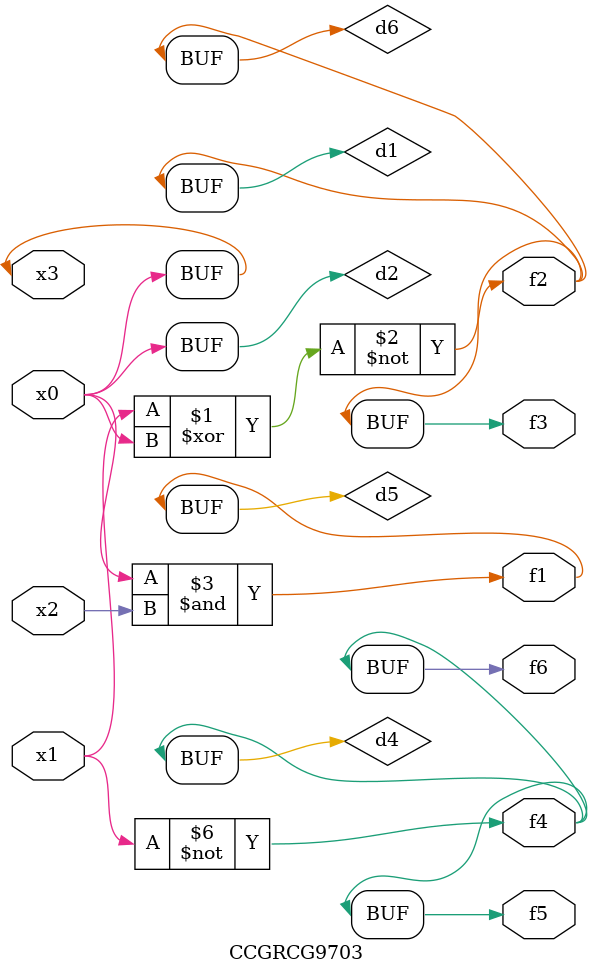
<source format=v>
module CCGRCG9703(
	input x0, x1, x2, x3,
	output f1, f2, f3, f4, f5, f6
);

	wire d1, d2, d3, d4, d5, d6;

	xnor (d1, x1, x3);
	buf (d2, x0, x3);
	nand (d3, x0, x2);
	not (d4, x1);
	nand (d5, d3);
	or (d6, d1);
	assign f1 = d5;
	assign f2 = d6;
	assign f3 = d6;
	assign f4 = d4;
	assign f5 = d4;
	assign f6 = d4;
endmodule

</source>
